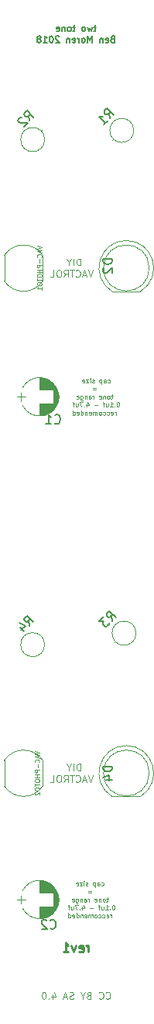
<source format=gbo>
G04 #@! TF.GenerationSoftware,KiCad,Pcbnew,(2018-02-10 revision a04965c)-master*
G04 #@! TF.CreationDate,2018-04-19T15:59:02-05:00*
G04 #@! TF.ProjectId,twotone,74776F746F6E652E6B696361645F7063,rev?*
G04 #@! TF.SameCoordinates,Original*
G04 #@! TF.FileFunction,Legend,Bot*
G04 #@! TF.FilePolarity,Positive*
%FSLAX46Y46*%
G04 Gerber Fmt 4.6, Leading zero omitted, Abs format (unit mm)*
G04 Created by KiCad (PCBNEW (2018-02-10 revision a04965c)-master) date Thursday, April 19, 2018 at 03:59:02 PM*
%MOMM*%
%LPD*%
G01*
G04 APERTURE LIST*
%ADD10C,0.250000*%
%ADD11C,0.125000*%
%ADD12C,0.175000*%
%ADD13C,0.120000*%
%ADD14C,0.150000*%
G04 APERTURE END LIST*
D10*
X8357142Y-101702380D02*
X8357142Y-101035714D01*
X8357142Y-101226190D02*
X8309523Y-101130952D01*
X8261904Y-101083333D01*
X8166666Y-101035714D01*
X8071428Y-101035714D01*
X7357142Y-101654761D02*
X7452380Y-101702380D01*
X7642857Y-101702380D01*
X7738095Y-101654761D01*
X7785714Y-101559523D01*
X7785714Y-101178571D01*
X7738095Y-101083333D01*
X7642857Y-101035714D01*
X7452380Y-101035714D01*
X7357142Y-101083333D01*
X7309523Y-101178571D01*
X7309523Y-101273809D01*
X7785714Y-101369047D01*
X6976190Y-101035714D02*
X6738095Y-101702380D01*
X6500000Y-101035714D01*
X5595238Y-101702380D02*
X6166666Y-101702380D01*
X5880952Y-101702380D02*
X5880952Y-100702380D01*
X5976190Y-100845238D01*
X6071428Y-100940476D01*
X6166666Y-100988095D01*
D11*
X10267857Y-106767857D02*
X10303571Y-106803571D01*
X10410714Y-106839285D01*
X10482142Y-106839285D01*
X10589285Y-106803571D01*
X10660714Y-106732142D01*
X10696428Y-106660714D01*
X10732142Y-106517857D01*
X10732142Y-106410714D01*
X10696428Y-106267857D01*
X10660714Y-106196428D01*
X10589285Y-106125000D01*
X10482142Y-106089285D01*
X10410714Y-106089285D01*
X10303571Y-106125000D01*
X10267857Y-106160714D01*
X9517857Y-106767857D02*
X9553571Y-106803571D01*
X9660714Y-106839285D01*
X9732142Y-106839285D01*
X9839285Y-106803571D01*
X9910714Y-106732142D01*
X9946428Y-106660714D01*
X9982142Y-106517857D01*
X9982142Y-106410714D01*
X9946428Y-106267857D01*
X9910714Y-106196428D01*
X9839285Y-106125000D01*
X9732142Y-106089285D01*
X9660714Y-106089285D01*
X9553571Y-106125000D01*
X9517857Y-106160714D01*
X8375000Y-106446428D02*
X8267857Y-106482142D01*
X8232142Y-106517857D01*
X8196428Y-106589285D01*
X8196428Y-106696428D01*
X8232142Y-106767857D01*
X8267857Y-106803571D01*
X8339285Y-106839285D01*
X8625000Y-106839285D01*
X8625000Y-106089285D01*
X8375000Y-106089285D01*
X8303571Y-106125000D01*
X8267857Y-106160714D01*
X8232142Y-106232142D01*
X8232142Y-106303571D01*
X8267857Y-106375000D01*
X8303571Y-106410714D01*
X8375000Y-106446428D01*
X8625000Y-106446428D01*
X7732142Y-106482142D02*
X7732142Y-106839285D01*
X7982142Y-106089285D02*
X7732142Y-106482142D01*
X7482142Y-106089285D01*
X6696428Y-106803571D02*
X6589285Y-106839285D01*
X6410714Y-106839285D01*
X6339285Y-106803571D01*
X6303571Y-106767857D01*
X6267857Y-106696428D01*
X6267857Y-106625000D01*
X6303571Y-106553571D01*
X6339285Y-106517857D01*
X6410714Y-106482142D01*
X6553571Y-106446428D01*
X6625000Y-106410714D01*
X6660714Y-106375000D01*
X6696428Y-106303571D01*
X6696428Y-106232142D01*
X6660714Y-106160714D01*
X6625000Y-106125000D01*
X6553571Y-106089285D01*
X6375000Y-106089285D01*
X6267857Y-106125000D01*
X5982142Y-106625000D02*
X5625000Y-106625000D01*
X6053571Y-106839285D02*
X5803571Y-106089285D01*
X5553571Y-106839285D01*
X4410714Y-106339285D02*
X4410714Y-106839285D01*
X4589285Y-106053571D02*
X4767857Y-106589285D01*
X4303571Y-106589285D01*
X4017857Y-106767857D02*
X3982142Y-106803571D01*
X4017857Y-106839285D01*
X4053571Y-106803571D01*
X4017857Y-106767857D01*
X4017857Y-106839285D01*
X3517857Y-106089285D02*
X3446428Y-106089285D01*
X3375000Y-106125000D01*
X3339285Y-106160714D01*
X3303571Y-106232142D01*
X3267857Y-106375000D01*
X3267857Y-106553571D01*
X3303571Y-106696428D01*
X3339285Y-106767857D01*
X3375000Y-106803571D01*
X3446428Y-106839285D01*
X3517857Y-106839285D01*
X3589285Y-106803571D01*
X3625000Y-106767857D01*
X3660714Y-106696428D01*
X3696428Y-106553571D01*
X3696428Y-106375000D01*
X3660714Y-106232142D01*
X3625000Y-106160714D01*
X3589285Y-106125000D01*
X3517857Y-106089285D01*
D12*
X9216666Y-987500D02*
X8950000Y-987500D01*
X9116666Y-754166D02*
X9116666Y-1354166D01*
X9083333Y-1420833D01*
X9016666Y-1454166D01*
X8950000Y-1454166D01*
X8783333Y-987500D02*
X8650000Y-1454166D01*
X8516666Y-1120833D01*
X8383333Y-1454166D01*
X8250000Y-987500D01*
X7883333Y-1454166D02*
X7950000Y-1420833D01*
X7983333Y-1387500D01*
X8016666Y-1320833D01*
X8016666Y-1120833D01*
X7983333Y-1054166D01*
X7950000Y-1020833D01*
X7883333Y-987500D01*
X7783333Y-987500D01*
X7716666Y-1020833D01*
X7683333Y-1054166D01*
X7650000Y-1120833D01*
X7650000Y-1320833D01*
X7683333Y-1387500D01*
X7716666Y-1420833D01*
X7783333Y-1454166D01*
X7883333Y-1454166D01*
X6916666Y-987500D02*
X6650000Y-987500D01*
X6816666Y-754166D02*
X6816666Y-1354166D01*
X6783333Y-1420833D01*
X6716666Y-1454166D01*
X6650000Y-1454166D01*
X6316666Y-1454166D02*
X6383333Y-1420833D01*
X6416666Y-1387500D01*
X6450000Y-1320833D01*
X6450000Y-1120833D01*
X6416666Y-1054166D01*
X6383333Y-1020833D01*
X6316666Y-987500D01*
X6216666Y-987500D01*
X6150000Y-1020833D01*
X6116666Y-1054166D01*
X6083333Y-1120833D01*
X6083333Y-1320833D01*
X6116666Y-1387500D01*
X6150000Y-1420833D01*
X6216666Y-1454166D01*
X6316666Y-1454166D01*
X5783333Y-987500D02*
X5783333Y-1454166D01*
X5783333Y-1054166D02*
X5750000Y-1020833D01*
X5683333Y-987500D01*
X5583333Y-987500D01*
X5516666Y-1020833D01*
X5483333Y-1087500D01*
X5483333Y-1454166D01*
X4883333Y-1420833D02*
X4950000Y-1454166D01*
X5083333Y-1454166D01*
X5150000Y-1420833D01*
X5183333Y-1354166D01*
X5183333Y-1087500D01*
X5150000Y-1020833D01*
X5083333Y-987500D01*
X4950000Y-987500D01*
X4883333Y-1020833D01*
X4850000Y-1087500D01*
X4850000Y-1154166D01*
X5183333Y-1220833D01*
X10983333Y-2312500D02*
X10883333Y-2345833D01*
X10850000Y-2379166D01*
X10816666Y-2445833D01*
X10816666Y-2545833D01*
X10850000Y-2612500D01*
X10883333Y-2645833D01*
X10950000Y-2679166D01*
X11216666Y-2679166D01*
X11216666Y-1979166D01*
X10983333Y-1979166D01*
X10916666Y-2012500D01*
X10883333Y-2045833D01*
X10850000Y-2112500D01*
X10850000Y-2179166D01*
X10883333Y-2245833D01*
X10916666Y-2279166D01*
X10983333Y-2312500D01*
X11216666Y-2312500D01*
X10250000Y-2645833D02*
X10316666Y-2679166D01*
X10450000Y-2679166D01*
X10516666Y-2645833D01*
X10550000Y-2579166D01*
X10550000Y-2312500D01*
X10516666Y-2245833D01*
X10450000Y-2212500D01*
X10316666Y-2212500D01*
X10250000Y-2245833D01*
X10216666Y-2312500D01*
X10216666Y-2379166D01*
X10550000Y-2445833D01*
X9916666Y-2212500D02*
X9916666Y-2679166D01*
X9916666Y-2279166D02*
X9883333Y-2245833D01*
X9816666Y-2212500D01*
X9716666Y-2212500D01*
X9650000Y-2245833D01*
X9616666Y-2312500D01*
X9616666Y-2679166D01*
X8750000Y-2679166D02*
X8750000Y-1979166D01*
X8516666Y-2479166D01*
X8283333Y-1979166D01*
X8283333Y-2679166D01*
X7850000Y-2679166D02*
X7916666Y-2645833D01*
X7950000Y-2612500D01*
X7983333Y-2545833D01*
X7983333Y-2345833D01*
X7950000Y-2279166D01*
X7916666Y-2245833D01*
X7850000Y-2212500D01*
X7750000Y-2212500D01*
X7683333Y-2245833D01*
X7650000Y-2279166D01*
X7616666Y-2345833D01*
X7616666Y-2545833D01*
X7650000Y-2612500D01*
X7683333Y-2645833D01*
X7750000Y-2679166D01*
X7850000Y-2679166D01*
X7316666Y-2679166D02*
X7316666Y-2212500D01*
X7316666Y-2345833D02*
X7283333Y-2279166D01*
X7250000Y-2245833D01*
X7183333Y-2212500D01*
X7116666Y-2212500D01*
X6616666Y-2645833D02*
X6683333Y-2679166D01*
X6816666Y-2679166D01*
X6883333Y-2645833D01*
X6916666Y-2579166D01*
X6916666Y-2312500D01*
X6883333Y-2245833D01*
X6816666Y-2212500D01*
X6683333Y-2212500D01*
X6616666Y-2245833D01*
X6583333Y-2312500D01*
X6583333Y-2379166D01*
X6916666Y-2445833D01*
X6283333Y-2212500D02*
X6283333Y-2679166D01*
X6283333Y-2279166D02*
X6250000Y-2245833D01*
X6183333Y-2212500D01*
X6083333Y-2212500D01*
X6016666Y-2245833D01*
X5983333Y-2312500D01*
X5983333Y-2679166D01*
X5150000Y-2045833D02*
X5116666Y-2012500D01*
X5050000Y-1979166D01*
X4883333Y-1979166D01*
X4816666Y-2012500D01*
X4783333Y-2045833D01*
X4750000Y-2112500D01*
X4750000Y-2179166D01*
X4783333Y-2279166D01*
X5183333Y-2679166D01*
X4750000Y-2679166D01*
X4316666Y-1979166D02*
X4250000Y-1979166D01*
X4183333Y-2012500D01*
X4150000Y-2045833D01*
X4116666Y-2112500D01*
X4083333Y-2245833D01*
X4083333Y-2412500D01*
X4116666Y-2545833D01*
X4150000Y-2612500D01*
X4183333Y-2645833D01*
X4250000Y-2679166D01*
X4316666Y-2679166D01*
X4383333Y-2645833D01*
X4416666Y-2612500D01*
X4450000Y-2545833D01*
X4483333Y-2412500D01*
X4483333Y-2245833D01*
X4450000Y-2112500D01*
X4416666Y-2045833D01*
X4383333Y-2012500D01*
X4316666Y-1979166D01*
X3416666Y-2679166D02*
X3816666Y-2679166D01*
X3616666Y-2679166D02*
X3616666Y-1979166D01*
X3683333Y-2079166D01*
X3750000Y-2145833D01*
X3816666Y-2179166D01*
X3016666Y-2279166D02*
X3083333Y-2245833D01*
X3116666Y-2212500D01*
X3150000Y-2145833D01*
X3150000Y-2112500D01*
X3116666Y-2045833D01*
X3083333Y-2012500D01*
X3016666Y-1979166D01*
X2883333Y-1979166D01*
X2816666Y-2012500D01*
X2783333Y-2045833D01*
X2750000Y-2112500D01*
X2750000Y-2145833D01*
X2783333Y-2212500D01*
X2816666Y-2245833D01*
X2883333Y-2279166D01*
X3016666Y-2279166D01*
X3083333Y-2312500D01*
X3116666Y-2345833D01*
X3150000Y-2412500D01*
X3150000Y-2545833D01*
X3116666Y-2612500D01*
X3083333Y-2645833D01*
X3016666Y-2679166D01*
X2883333Y-2679166D01*
X2816666Y-2645833D01*
X2783333Y-2612500D01*
X2750000Y-2545833D01*
X2750000Y-2412500D01*
X2783333Y-2345833D01*
X2816666Y-2312500D01*
X2883333Y-2279166D01*
D11*
X10452380Y-39702380D02*
X10500000Y-39726190D01*
X10595238Y-39726190D01*
X10642857Y-39702380D01*
X10666666Y-39678571D01*
X10690476Y-39630952D01*
X10690476Y-39488095D01*
X10666666Y-39440476D01*
X10642857Y-39416666D01*
X10595238Y-39392857D01*
X10500000Y-39392857D01*
X10452380Y-39416666D01*
X10023809Y-39726190D02*
X10023809Y-39464285D01*
X10047619Y-39416666D01*
X10095238Y-39392857D01*
X10190476Y-39392857D01*
X10238095Y-39416666D01*
X10023809Y-39702380D02*
X10071428Y-39726190D01*
X10190476Y-39726190D01*
X10238095Y-39702380D01*
X10261904Y-39654761D01*
X10261904Y-39607142D01*
X10238095Y-39559523D01*
X10190476Y-39535714D01*
X10071428Y-39535714D01*
X10023809Y-39511904D01*
X9785714Y-39392857D02*
X9785714Y-39892857D01*
X9785714Y-39416666D02*
X9738095Y-39392857D01*
X9642857Y-39392857D01*
X9595238Y-39416666D01*
X9571428Y-39440476D01*
X9547619Y-39488095D01*
X9547619Y-39630952D01*
X9571428Y-39678571D01*
X9595238Y-39702380D01*
X9642857Y-39726190D01*
X9738095Y-39726190D01*
X9785714Y-39702380D01*
X8976190Y-39702380D02*
X8928571Y-39726190D01*
X8833333Y-39726190D01*
X8785714Y-39702380D01*
X8761904Y-39654761D01*
X8761904Y-39630952D01*
X8785714Y-39583333D01*
X8833333Y-39559523D01*
X8904761Y-39559523D01*
X8952380Y-39535714D01*
X8976190Y-39488095D01*
X8976190Y-39464285D01*
X8952380Y-39416666D01*
X8904761Y-39392857D01*
X8833333Y-39392857D01*
X8785714Y-39416666D01*
X8547619Y-39726190D02*
X8547619Y-39392857D01*
X8547619Y-39226190D02*
X8571428Y-39250000D01*
X8547619Y-39273809D01*
X8523809Y-39250000D01*
X8547619Y-39226190D01*
X8547619Y-39273809D01*
X8357142Y-39392857D02*
X8095238Y-39392857D01*
X8357142Y-39726190D01*
X8095238Y-39726190D01*
X7714285Y-39702380D02*
X7761904Y-39726190D01*
X7857142Y-39726190D01*
X7904761Y-39702380D01*
X7928571Y-39654761D01*
X7928571Y-39464285D01*
X7904761Y-39416666D01*
X7857142Y-39392857D01*
X7761904Y-39392857D01*
X7714285Y-39416666D01*
X7690476Y-39464285D01*
X7690476Y-39511904D01*
X7928571Y-39559523D01*
X9190476Y-40339285D02*
X8809523Y-40339285D01*
X8809523Y-40482142D02*
X9190476Y-40482142D01*
X11000000Y-41142857D02*
X10809523Y-41142857D01*
X10928571Y-40976190D02*
X10928571Y-41404761D01*
X10904761Y-41452380D01*
X10857142Y-41476190D01*
X10809523Y-41476190D01*
X10571428Y-41476190D02*
X10619047Y-41452380D01*
X10642857Y-41428571D01*
X10666666Y-41380952D01*
X10666666Y-41238095D01*
X10642857Y-41190476D01*
X10619047Y-41166666D01*
X10571428Y-41142857D01*
X10500000Y-41142857D01*
X10452380Y-41166666D01*
X10428571Y-41190476D01*
X10404761Y-41238095D01*
X10404761Y-41380952D01*
X10428571Y-41428571D01*
X10452380Y-41452380D01*
X10500000Y-41476190D01*
X10571428Y-41476190D01*
X10190476Y-41142857D02*
X10190476Y-41476190D01*
X10190476Y-41190476D02*
X10166666Y-41166666D01*
X10119047Y-41142857D01*
X10047619Y-41142857D01*
X10000000Y-41166666D01*
X9976190Y-41214285D01*
X9976190Y-41476190D01*
X9547619Y-41452380D02*
X9595238Y-41476190D01*
X9690476Y-41476190D01*
X9738095Y-41452380D01*
X9761904Y-41404761D01*
X9761904Y-41214285D01*
X9738095Y-41166666D01*
X9690476Y-41142857D01*
X9595238Y-41142857D01*
X9547619Y-41166666D01*
X9523809Y-41214285D01*
X9523809Y-41261904D01*
X9761904Y-41309523D01*
X8928571Y-41476190D02*
X8928571Y-41142857D01*
X8928571Y-41238095D02*
X8904761Y-41190476D01*
X8880952Y-41166666D01*
X8833333Y-41142857D01*
X8785714Y-41142857D01*
X8404761Y-41476190D02*
X8404761Y-41214285D01*
X8428571Y-41166666D01*
X8476190Y-41142857D01*
X8571428Y-41142857D01*
X8619047Y-41166666D01*
X8404761Y-41452380D02*
X8452380Y-41476190D01*
X8571428Y-41476190D01*
X8619047Y-41452380D01*
X8642857Y-41404761D01*
X8642857Y-41357142D01*
X8619047Y-41309523D01*
X8571428Y-41285714D01*
X8452380Y-41285714D01*
X8404761Y-41261904D01*
X8166666Y-41142857D02*
X8166666Y-41476190D01*
X8166666Y-41190476D02*
X8142857Y-41166666D01*
X8095238Y-41142857D01*
X8023809Y-41142857D01*
X7976190Y-41166666D01*
X7952380Y-41214285D01*
X7952380Y-41476190D01*
X7500000Y-41142857D02*
X7500000Y-41547619D01*
X7523809Y-41595238D01*
X7547619Y-41619047D01*
X7595238Y-41642857D01*
X7666666Y-41642857D01*
X7714285Y-41619047D01*
X7500000Y-41452380D02*
X7547619Y-41476190D01*
X7642857Y-41476190D01*
X7690476Y-41452380D01*
X7714285Y-41428571D01*
X7738095Y-41380952D01*
X7738095Y-41238095D01*
X7714285Y-41190476D01*
X7690476Y-41166666D01*
X7642857Y-41142857D01*
X7547619Y-41142857D01*
X7500000Y-41166666D01*
X7071428Y-41452380D02*
X7119047Y-41476190D01*
X7214285Y-41476190D01*
X7261904Y-41452380D01*
X7285714Y-41404761D01*
X7285714Y-41214285D01*
X7261904Y-41166666D01*
X7214285Y-41142857D01*
X7119047Y-41142857D01*
X7071428Y-41166666D01*
X7047619Y-41214285D01*
X7047619Y-41261904D01*
X7285714Y-41309523D01*
X11595238Y-41851190D02*
X11547619Y-41851190D01*
X11500000Y-41875000D01*
X11476190Y-41898809D01*
X11452380Y-41946428D01*
X11428571Y-42041666D01*
X11428571Y-42160714D01*
X11452380Y-42255952D01*
X11476190Y-42303571D01*
X11500000Y-42327380D01*
X11547619Y-42351190D01*
X11595238Y-42351190D01*
X11642857Y-42327380D01*
X11666666Y-42303571D01*
X11690476Y-42255952D01*
X11714285Y-42160714D01*
X11714285Y-42041666D01*
X11690476Y-41946428D01*
X11666666Y-41898809D01*
X11642857Y-41875000D01*
X11595238Y-41851190D01*
X11214285Y-42303571D02*
X11190476Y-42327380D01*
X11214285Y-42351190D01*
X11238095Y-42327380D01*
X11214285Y-42303571D01*
X11214285Y-42351190D01*
X10714285Y-42351190D02*
X11000000Y-42351190D01*
X10857142Y-42351190D02*
X10857142Y-41851190D01*
X10904761Y-41922619D01*
X10952380Y-41970238D01*
X11000000Y-41994047D01*
X10285714Y-42017857D02*
X10285714Y-42351190D01*
X10500000Y-42017857D02*
X10500000Y-42279761D01*
X10476190Y-42327380D01*
X10428571Y-42351190D01*
X10357142Y-42351190D01*
X10309523Y-42327380D01*
X10285714Y-42303571D01*
X10119047Y-42017857D02*
X9928571Y-42017857D01*
X10047619Y-42351190D02*
X10047619Y-41922619D01*
X10023809Y-41875000D01*
X9976190Y-41851190D01*
X9928571Y-41851190D01*
X9380952Y-42160714D02*
X9000000Y-42160714D01*
X8166666Y-42017857D02*
X8166666Y-42351190D01*
X8285714Y-41827380D02*
X8404761Y-42184523D01*
X8095238Y-42184523D01*
X7904761Y-42303571D02*
X7880952Y-42327380D01*
X7904761Y-42351190D01*
X7928571Y-42327380D01*
X7904761Y-42303571D01*
X7904761Y-42351190D01*
X7714285Y-41851190D02*
X7380952Y-41851190D01*
X7595238Y-42351190D01*
X6976190Y-42017857D02*
X6976190Y-42351190D01*
X7190476Y-42017857D02*
X7190476Y-42279761D01*
X7166666Y-42327380D01*
X7119047Y-42351190D01*
X7047619Y-42351190D01*
X7000000Y-42327380D01*
X6976190Y-42303571D01*
X6809523Y-42017857D02*
X6619047Y-42017857D01*
X6738095Y-42351190D02*
X6738095Y-41922619D01*
X6714285Y-41875000D01*
X6666666Y-41851190D01*
X6619047Y-41851190D01*
X11345238Y-43226190D02*
X11345238Y-42892857D01*
X11345238Y-42988095D02*
X11321428Y-42940476D01*
X11297619Y-42916666D01*
X11250000Y-42892857D01*
X11202380Y-42892857D01*
X10845238Y-43202380D02*
X10892857Y-43226190D01*
X10988095Y-43226190D01*
X11035714Y-43202380D01*
X11059523Y-43154761D01*
X11059523Y-42964285D01*
X11035714Y-42916666D01*
X10988095Y-42892857D01*
X10892857Y-42892857D01*
X10845238Y-42916666D01*
X10821428Y-42964285D01*
X10821428Y-43011904D01*
X11059523Y-43059523D01*
X10392857Y-43202380D02*
X10440476Y-43226190D01*
X10535714Y-43226190D01*
X10583333Y-43202380D01*
X10607142Y-43178571D01*
X10630952Y-43130952D01*
X10630952Y-42988095D01*
X10607142Y-42940476D01*
X10583333Y-42916666D01*
X10535714Y-42892857D01*
X10440476Y-42892857D01*
X10392857Y-42916666D01*
X9964285Y-43202380D02*
X10011904Y-43226190D01*
X10107142Y-43226190D01*
X10154761Y-43202380D01*
X10178571Y-43178571D01*
X10202380Y-43130952D01*
X10202380Y-42988095D01*
X10178571Y-42940476D01*
X10154761Y-42916666D01*
X10107142Y-42892857D01*
X10011904Y-42892857D01*
X9964285Y-42916666D01*
X9678571Y-43226190D02*
X9726190Y-43202380D01*
X9750000Y-43178571D01*
X9773809Y-43130952D01*
X9773809Y-42988095D01*
X9750000Y-42940476D01*
X9726190Y-42916666D01*
X9678571Y-42892857D01*
X9607142Y-42892857D01*
X9559523Y-42916666D01*
X9535714Y-42940476D01*
X9511904Y-42988095D01*
X9511904Y-43130952D01*
X9535714Y-43178571D01*
X9559523Y-43202380D01*
X9607142Y-43226190D01*
X9678571Y-43226190D01*
X9297619Y-43226190D02*
X9297619Y-42892857D01*
X9297619Y-42940476D02*
X9273809Y-42916666D01*
X9226190Y-42892857D01*
X9154761Y-42892857D01*
X9107142Y-42916666D01*
X9083333Y-42964285D01*
X9083333Y-43226190D01*
X9083333Y-42964285D02*
X9059523Y-42916666D01*
X9011904Y-42892857D01*
X8940476Y-42892857D01*
X8892857Y-42916666D01*
X8869047Y-42964285D01*
X8869047Y-43226190D01*
X8440476Y-43202380D02*
X8488095Y-43226190D01*
X8583333Y-43226190D01*
X8630952Y-43202380D01*
X8654761Y-43154761D01*
X8654761Y-42964285D01*
X8630952Y-42916666D01*
X8583333Y-42892857D01*
X8488095Y-42892857D01*
X8440476Y-42916666D01*
X8416666Y-42964285D01*
X8416666Y-43011904D01*
X8654761Y-43059523D01*
X8202380Y-42892857D02*
X8202380Y-43226190D01*
X8202380Y-42940476D02*
X8178571Y-42916666D01*
X8130952Y-42892857D01*
X8059523Y-42892857D01*
X8011904Y-42916666D01*
X7988095Y-42964285D01*
X7988095Y-43226190D01*
X7535714Y-43226190D02*
X7535714Y-42726190D01*
X7535714Y-43202380D02*
X7583333Y-43226190D01*
X7678571Y-43226190D01*
X7726190Y-43202380D01*
X7750000Y-43178571D01*
X7773809Y-43130952D01*
X7773809Y-42988095D01*
X7750000Y-42940476D01*
X7726190Y-42916666D01*
X7678571Y-42892857D01*
X7583333Y-42892857D01*
X7535714Y-42916666D01*
X7107142Y-43202380D02*
X7154761Y-43226190D01*
X7250000Y-43226190D01*
X7297619Y-43202380D01*
X7321428Y-43154761D01*
X7321428Y-42964285D01*
X7297619Y-42916666D01*
X7250000Y-42892857D01*
X7154761Y-42892857D01*
X7107142Y-42916666D01*
X7083333Y-42964285D01*
X7083333Y-43011904D01*
X7321428Y-43059523D01*
X6654761Y-43226190D02*
X6654761Y-42726190D01*
X6654761Y-43202380D02*
X6702380Y-43226190D01*
X6797619Y-43226190D01*
X6845238Y-43202380D01*
X6869047Y-43178571D01*
X6892857Y-43130952D01*
X6892857Y-42988095D01*
X6869047Y-42940476D01*
X6845238Y-42916666D01*
X6797619Y-42892857D01*
X6702380Y-42892857D01*
X6654761Y-42916666D01*
X7482142Y-26964285D02*
X7482142Y-26214285D01*
X7303571Y-26214285D01*
X7196428Y-26250000D01*
X7125000Y-26321428D01*
X7089285Y-26392857D01*
X7053571Y-26535714D01*
X7053571Y-26642857D01*
X7089285Y-26785714D01*
X7125000Y-26857142D01*
X7196428Y-26928571D01*
X7303571Y-26964285D01*
X7482142Y-26964285D01*
X6732142Y-26964285D02*
X6732142Y-26214285D01*
X6232142Y-26607142D02*
X6232142Y-26964285D01*
X6482142Y-26214285D02*
X6232142Y-26607142D01*
X5982142Y-26214285D01*
X8803571Y-27464285D02*
X8553571Y-28214285D01*
X8303571Y-27464285D01*
X8089285Y-28000000D02*
X7732142Y-28000000D01*
X8160714Y-28214285D02*
X7910714Y-27464285D01*
X7660714Y-28214285D01*
X6982142Y-28142857D02*
X7017857Y-28178571D01*
X7125000Y-28214285D01*
X7196428Y-28214285D01*
X7303571Y-28178571D01*
X7375000Y-28107142D01*
X7410714Y-28035714D01*
X7446428Y-27892857D01*
X7446428Y-27785714D01*
X7410714Y-27642857D01*
X7375000Y-27571428D01*
X7303571Y-27500000D01*
X7196428Y-27464285D01*
X7125000Y-27464285D01*
X7017857Y-27500000D01*
X6982142Y-27535714D01*
X6767857Y-27464285D02*
X6339285Y-27464285D01*
X6553571Y-28214285D02*
X6553571Y-27464285D01*
X5660714Y-28214285D02*
X5910714Y-27857142D01*
X6089285Y-28214285D02*
X6089285Y-27464285D01*
X5803571Y-27464285D01*
X5732142Y-27500000D01*
X5696428Y-27535714D01*
X5660714Y-27607142D01*
X5660714Y-27714285D01*
X5696428Y-27785714D01*
X5732142Y-27821428D01*
X5803571Y-27857142D01*
X6089285Y-27857142D01*
X5196428Y-27464285D02*
X5053571Y-27464285D01*
X4982142Y-27500000D01*
X4910714Y-27571428D01*
X4875000Y-27714285D01*
X4875000Y-27964285D01*
X4910714Y-28107142D01*
X4982142Y-28178571D01*
X5053571Y-28214285D01*
X5196428Y-28214285D01*
X5267857Y-28178571D01*
X5339285Y-28107142D01*
X5375000Y-27964285D01*
X5375000Y-27714285D01*
X5339285Y-27571428D01*
X5267857Y-27500000D01*
X5196428Y-27464285D01*
X4196428Y-28214285D02*
X4553571Y-28214285D01*
X4553571Y-27464285D01*
X9761904Y-94452380D02*
X9809523Y-94476190D01*
X9904761Y-94476190D01*
X9952380Y-94452380D01*
X9976190Y-94428571D01*
X10000000Y-94380952D01*
X10000000Y-94238095D01*
X9976190Y-94190476D01*
X9952380Y-94166666D01*
X9904761Y-94142857D01*
X9809523Y-94142857D01*
X9761904Y-94166666D01*
X9333333Y-94476190D02*
X9333333Y-94214285D01*
X9357142Y-94166666D01*
X9404761Y-94142857D01*
X9500000Y-94142857D01*
X9547619Y-94166666D01*
X9333333Y-94452380D02*
X9380952Y-94476190D01*
X9500000Y-94476190D01*
X9547619Y-94452380D01*
X9571428Y-94404761D01*
X9571428Y-94357142D01*
X9547619Y-94309523D01*
X9500000Y-94285714D01*
X9380952Y-94285714D01*
X9333333Y-94261904D01*
X9095238Y-94142857D02*
X9095238Y-94642857D01*
X9095238Y-94166666D02*
X9047619Y-94142857D01*
X8952380Y-94142857D01*
X8904761Y-94166666D01*
X8880952Y-94190476D01*
X8857142Y-94238095D01*
X8857142Y-94380952D01*
X8880952Y-94428571D01*
X8904761Y-94452380D01*
X8952380Y-94476190D01*
X9047619Y-94476190D01*
X9095238Y-94452380D01*
X8285714Y-94452380D02*
X8238095Y-94476190D01*
X8142857Y-94476190D01*
X8095238Y-94452380D01*
X8071428Y-94404761D01*
X8071428Y-94380952D01*
X8095238Y-94333333D01*
X8142857Y-94309523D01*
X8214285Y-94309523D01*
X8261904Y-94285714D01*
X8285714Y-94238095D01*
X8285714Y-94214285D01*
X8261904Y-94166666D01*
X8214285Y-94142857D01*
X8142857Y-94142857D01*
X8095238Y-94166666D01*
X7857142Y-94476190D02*
X7857142Y-94142857D01*
X7857142Y-93976190D02*
X7880952Y-94000000D01*
X7857142Y-94023809D01*
X7833333Y-94000000D01*
X7857142Y-93976190D01*
X7857142Y-94023809D01*
X7666666Y-94142857D02*
X7404761Y-94142857D01*
X7666666Y-94476190D01*
X7404761Y-94476190D01*
X7023809Y-94452380D02*
X7071428Y-94476190D01*
X7166666Y-94476190D01*
X7214285Y-94452380D01*
X7238095Y-94404761D01*
X7238095Y-94214285D01*
X7214285Y-94166666D01*
X7166666Y-94142857D01*
X7071428Y-94142857D01*
X7023809Y-94166666D01*
X7000000Y-94214285D01*
X7000000Y-94261904D01*
X7238095Y-94309523D01*
X8690476Y-95089285D02*
X8309523Y-95089285D01*
X8309523Y-95232142D02*
X8690476Y-95232142D01*
X10500000Y-95892857D02*
X10309523Y-95892857D01*
X10428571Y-95726190D02*
X10428571Y-96154761D01*
X10404761Y-96202380D01*
X10357142Y-96226190D01*
X10309523Y-96226190D01*
X10071428Y-96226190D02*
X10119047Y-96202380D01*
X10142857Y-96178571D01*
X10166666Y-96130952D01*
X10166666Y-95988095D01*
X10142857Y-95940476D01*
X10119047Y-95916666D01*
X10071428Y-95892857D01*
X10000000Y-95892857D01*
X9952380Y-95916666D01*
X9928571Y-95940476D01*
X9904761Y-95988095D01*
X9904761Y-96130952D01*
X9928571Y-96178571D01*
X9952380Y-96202380D01*
X10000000Y-96226190D01*
X10071428Y-96226190D01*
X9690476Y-95892857D02*
X9690476Y-96226190D01*
X9690476Y-95940476D02*
X9666666Y-95916666D01*
X9619047Y-95892857D01*
X9547619Y-95892857D01*
X9500000Y-95916666D01*
X9476190Y-95964285D01*
X9476190Y-96226190D01*
X9047619Y-96202380D02*
X9095238Y-96226190D01*
X9190476Y-96226190D01*
X9238095Y-96202380D01*
X9261904Y-96154761D01*
X9261904Y-95964285D01*
X9238095Y-95916666D01*
X9190476Y-95892857D01*
X9095238Y-95892857D01*
X9047619Y-95916666D01*
X9023809Y-95964285D01*
X9023809Y-96011904D01*
X9261904Y-96059523D01*
X8428571Y-96226190D02*
X8428571Y-95892857D01*
X8428571Y-95988095D02*
X8404761Y-95940476D01*
X8380952Y-95916666D01*
X8333333Y-95892857D01*
X8285714Y-95892857D01*
X7904761Y-96226190D02*
X7904761Y-95964285D01*
X7928571Y-95916666D01*
X7976190Y-95892857D01*
X8071428Y-95892857D01*
X8119047Y-95916666D01*
X7904761Y-96202380D02*
X7952380Y-96226190D01*
X8071428Y-96226190D01*
X8119047Y-96202380D01*
X8142857Y-96154761D01*
X8142857Y-96107142D01*
X8119047Y-96059523D01*
X8071428Y-96035714D01*
X7952380Y-96035714D01*
X7904761Y-96011904D01*
X7666666Y-95892857D02*
X7666666Y-96226190D01*
X7666666Y-95940476D02*
X7642857Y-95916666D01*
X7595238Y-95892857D01*
X7523809Y-95892857D01*
X7476190Y-95916666D01*
X7452380Y-95964285D01*
X7452380Y-96226190D01*
X7000000Y-95892857D02*
X7000000Y-96297619D01*
X7023809Y-96345238D01*
X7047619Y-96369047D01*
X7095238Y-96392857D01*
X7166666Y-96392857D01*
X7214285Y-96369047D01*
X7000000Y-96202380D02*
X7047619Y-96226190D01*
X7142857Y-96226190D01*
X7190476Y-96202380D01*
X7214285Y-96178571D01*
X7238095Y-96130952D01*
X7238095Y-95988095D01*
X7214285Y-95940476D01*
X7190476Y-95916666D01*
X7142857Y-95892857D01*
X7047619Y-95892857D01*
X7000000Y-95916666D01*
X6571428Y-96202380D02*
X6619047Y-96226190D01*
X6714285Y-96226190D01*
X6761904Y-96202380D01*
X6785714Y-96154761D01*
X6785714Y-95964285D01*
X6761904Y-95916666D01*
X6714285Y-95892857D01*
X6619047Y-95892857D01*
X6571428Y-95916666D01*
X6547619Y-95964285D01*
X6547619Y-96011904D01*
X6785714Y-96059523D01*
X11095238Y-96601190D02*
X11047619Y-96601190D01*
X11000000Y-96625000D01*
X10976190Y-96648809D01*
X10952380Y-96696428D01*
X10928571Y-96791666D01*
X10928571Y-96910714D01*
X10952380Y-97005952D01*
X10976190Y-97053571D01*
X11000000Y-97077380D01*
X11047619Y-97101190D01*
X11095238Y-97101190D01*
X11142857Y-97077380D01*
X11166666Y-97053571D01*
X11190476Y-97005952D01*
X11214285Y-96910714D01*
X11214285Y-96791666D01*
X11190476Y-96696428D01*
X11166666Y-96648809D01*
X11142857Y-96625000D01*
X11095238Y-96601190D01*
X10714285Y-97053571D02*
X10690476Y-97077380D01*
X10714285Y-97101190D01*
X10738095Y-97077380D01*
X10714285Y-97053571D01*
X10714285Y-97101190D01*
X10214285Y-97101190D02*
X10500000Y-97101190D01*
X10357142Y-97101190D02*
X10357142Y-96601190D01*
X10404761Y-96672619D01*
X10452380Y-96720238D01*
X10500000Y-96744047D01*
X9785714Y-96767857D02*
X9785714Y-97101190D01*
X10000000Y-96767857D02*
X10000000Y-97029761D01*
X9976190Y-97077380D01*
X9928571Y-97101190D01*
X9857142Y-97101190D01*
X9809523Y-97077380D01*
X9785714Y-97053571D01*
X9619047Y-96767857D02*
X9428571Y-96767857D01*
X9547619Y-97101190D02*
X9547619Y-96672619D01*
X9523809Y-96625000D01*
X9476190Y-96601190D01*
X9428571Y-96601190D01*
X8880952Y-96910714D02*
X8500000Y-96910714D01*
X7666666Y-96767857D02*
X7666666Y-97101190D01*
X7785714Y-96577380D02*
X7904761Y-96934523D01*
X7595238Y-96934523D01*
X7404761Y-97053571D02*
X7380952Y-97077380D01*
X7404761Y-97101190D01*
X7428571Y-97077380D01*
X7404761Y-97053571D01*
X7404761Y-97101190D01*
X7214285Y-96601190D02*
X6880952Y-96601190D01*
X7095238Y-97101190D01*
X6476190Y-96767857D02*
X6476190Y-97101190D01*
X6690476Y-96767857D02*
X6690476Y-97029761D01*
X6666666Y-97077380D01*
X6619047Y-97101190D01*
X6547619Y-97101190D01*
X6500000Y-97077380D01*
X6476190Y-97053571D01*
X6309523Y-96767857D02*
X6119047Y-96767857D01*
X6238095Y-97101190D02*
X6238095Y-96672619D01*
X6214285Y-96625000D01*
X6166666Y-96601190D01*
X6119047Y-96601190D01*
X10845238Y-97976190D02*
X10845238Y-97642857D01*
X10845238Y-97738095D02*
X10821428Y-97690476D01*
X10797619Y-97666666D01*
X10750000Y-97642857D01*
X10702380Y-97642857D01*
X10345238Y-97952380D02*
X10392857Y-97976190D01*
X10488095Y-97976190D01*
X10535714Y-97952380D01*
X10559523Y-97904761D01*
X10559523Y-97714285D01*
X10535714Y-97666666D01*
X10488095Y-97642857D01*
X10392857Y-97642857D01*
X10345238Y-97666666D01*
X10321428Y-97714285D01*
X10321428Y-97761904D01*
X10559523Y-97809523D01*
X9892857Y-97952380D02*
X9940476Y-97976190D01*
X10035714Y-97976190D01*
X10083333Y-97952380D01*
X10107142Y-97928571D01*
X10130952Y-97880952D01*
X10130952Y-97738095D01*
X10107142Y-97690476D01*
X10083333Y-97666666D01*
X10035714Y-97642857D01*
X9940476Y-97642857D01*
X9892857Y-97666666D01*
X9464285Y-97952380D02*
X9511904Y-97976190D01*
X9607142Y-97976190D01*
X9654761Y-97952380D01*
X9678571Y-97928571D01*
X9702380Y-97880952D01*
X9702380Y-97738095D01*
X9678571Y-97690476D01*
X9654761Y-97666666D01*
X9607142Y-97642857D01*
X9511904Y-97642857D01*
X9464285Y-97666666D01*
X9178571Y-97976190D02*
X9226190Y-97952380D01*
X9250000Y-97928571D01*
X9273809Y-97880952D01*
X9273809Y-97738095D01*
X9250000Y-97690476D01*
X9226190Y-97666666D01*
X9178571Y-97642857D01*
X9107142Y-97642857D01*
X9059523Y-97666666D01*
X9035714Y-97690476D01*
X9011904Y-97738095D01*
X9011904Y-97880952D01*
X9035714Y-97928571D01*
X9059523Y-97952380D01*
X9107142Y-97976190D01*
X9178571Y-97976190D01*
X8797619Y-97976190D02*
X8797619Y-97642857D01*
X8797619Y-97690476D02*
X8773809Y-97666666D01*
X8726190Y-97642857D01*
X8654761Y-97642857D01*
X8607142Y-97666666D01*
X8583333Y-97714285D01*
X8583333Y-97976190D01*
X8583333Y-97714285D02*
X8559523Y-97666666D01*
X8511904Y-97642857D01*
X8440476Y-97642857D01*
X8392857Y-97666666D01*
X8369047Y-97714285D01*
X8369047Y-97976190D01*
X7940476Y-97952380D02*
X7988095Y-97976190D01*
X8083333Y-97976190D01*
X8130952Y-97952380D01*
X8154761Y-97904761D01*
X8154761Y-97714285D01*
X8130952Y-97666666D01*
X8083333Y-97642857D01*
X7988095Y-97642857D01*
X7940476Y-97666666D01*
X7916666Y-97714285D01*
X7916666Y-97761904D01*
X8154761Y-97809523D01*
X7702380Y-97642857D02*
X7702380Y-97976190D01*
X7702380Y-97690476D02*
X7678571Y-97666666D01*
X7630952Y-97642857D01*
X7559523Y-97642857D01*
X7511904Y-97666666D01*
X7488095Y-97714285D01*
X7488095Y-97976190D01*
X7035714Y-97976190D02*
X7035714Y-97476190D01*
X7035714Y-97952380D02*
X7083333Y-97976190D01*
X7178571Y-97976190D01*
X7226190Y-97952380D01*
X7250000Y-97928571D01*
X7273809Y-97880952D01*
X7273809Y-97738095D01*
X7250000Y-97690476D01*
X7226190Y-97666666D01*
X7178571Y-97642857D01*
X7083333Y-97642857D01*
X7035714Y-97666666D01*
X6607142Y-97952380D02*
X6654761Y-97976190D01*
X6750000Y-97976190D01*
X6797619Y-97952380D01*
X6821428Y-97904761D01*
X6821428Y-97714285D01*
X6797619Y-97666666D01*
X6750000Y-97642857D01*
X6654761Y-97642857D01*
X6607142Y-97666666D01*
X6583333Y-97714285D01*
X6583333Y-97761904D01*
X6821428Y-97809523D01*
X6154761Y-97976190D02*
X6154761Y-97476190D01*
X6154761Y-97952380D02*
X6202380Y-97976190D01*
X6297619Y-97976190D01*
X6345238Y-97952380D01*
X6369047Y-97928571D01*
X6392857Y-97880952D01*
X6392857Y-97738095D01*
X6369047Y-97690476D01*
X6345238Y-97666666D01*
X6297619Y-97642857D01*
X6202380Y-97642857D01*
X6154761Y-97666666D01*
X7482142Y-81964285D02*
X7482142Y-81214285D01*
X7303571Y-81214285D01*
X7196428Y-81250000D01*
X7125000Y-81321428D01*
X7089285Y-81392857D01*
X7053571Y-81535714D01*
X7053571Y-81642857D01*
X7089285Y-81785714D01*
X7125000Y-81857142D01*
X7196428Y-81928571D01*
X7303571Y-81964285D01*
X7482142Y-81964285D01*
X6732142Y-81964285D02*
X6732142Y-81214285D01*
X6232142Y-81607142D02*
X6232142Y-81964285D01*
X6482142Y-81214285D02*
X6232142Y-81607142D01*
X5982142Y-81214285D01*
X8803571Y-82464285D02*
X8553571Y-83214285D01*
X8303571Y-82464285D01*
X8089285Y-83000000D02*
X7732142Y-83000000D01*
X8160714Y-83214285D02*
X7910714Y-82464285D01*
X7660714Y-83214285D01*
X6982142Y-83142857D02*
X7017857Y-83178571D01*
X7125000Y-83214285D01*
X7196428Y-83214285D01*
X7303571Y-83178571D01*
X7375000Y-83107142D01*
X7410714Y-83035714D01*
X7446428Y-82892857D01*
X7446428Y-82785714D01*
X7410714Y-82642857D01*
X7375000Y-82571428D01*
X7303571Y-82500000D01*
X7196428Y-82464285D01*
X7125000Y-82464285D01*
X7017857Y-82500000D01*
X6982142Y-82535714D01*
X6767857Y-82464285D02*
X6339285Y-82464285D01*
X6553571Y-83214285D02*
X6553571Y-82464285D01*
X5660714Y-83214285D02*
X5910714Y-82857142D01*
X6089285Y-83214285D02*
X6089285Y-82464285D01*
X5803571Y-82464285D01*
X5732142Y-82500000D01*
X5696428Y-82535714D01*
X5660714Y-82607142D01*
X5660714Y-82714285D01*
X5696428Y-82785714D01*
X5732142Y-82821428D01*
X5803571Y-82857142D01*
X6089285Y-82857142D01*
X5196428Y-82464285D02*
X5053571Y-82464285D01*
X4982142Y-82500000D01*
X4910714Y-82571428D01*
X4875000Y-82714285D01*
X4875000Y-82964285D01*
X4910714Y-83107142D01*
X4982142Y-83178571D01*
X5053571Y-83214285D01*
X5196428Y-83214285D01*
X5267857Y-83178571D01*
X5339285Y-83107142D01*
X5375000Y-82964285D01*
X5375000Y-82714285D01*
X5339285Y-82571428D01*
X5267857Y-82500000D01*
X5196428Y-82464285D01*
X4196428Y-83214285D02*
X4553571Y-83214285D01*
X4553571Y-82464285D01*
D13*
X1000000Y-41700000D02*
X1000000Y-40800000D01*
X550000Y-41250000D02*
X1450000Y-41250000D01*
X5081000Y-41415000D02*
X5081000Y-41085000D01*
X5041000Y-41665000D02*
X5041000Y-40835000D01*
X5001000Y-41817000D02*
X5001000Y-40683000D01*
X4961000Y-41936000D02*
X4961000Y-40564000D01*
X4921000Y-42036000D02*
X4921000Y-40464000D01*
X4881000Y-42124000D02*
X4881000Y-40376000D01*
X4841000Y-42202000D02*
X4841000Y-40298000D01*
X4801000Y-42273000D02*
X4801000Y-40227000D01*
X4761000Y-42338000D02*
X4761000Y-40162000D01*
X4721000Y-42398000D02*
X4721000Y-40102000D01*
X4681000Y-42454000D02*
X4681000Y-40046000D01*
X4641000Y-42506000D02*
X4641000Y-39994000D01*
X4601000Y-42555000D02*
X4601000Y-39945000D01*
X4561000Y-42601000D02*
X4561000Y-39899000D01*
X4521000Y-40470000D02*
X4521000Y-39855000D01*
X4521000Y-42645000D02*
X4521000Y-42030000D01*
X4481000Y-40470000D02*
X4481000Y-39814000D01*
X4481000Y-42686000D02*
X4481000Y-42030000D01*
X4441000Y-40470000D02*
X4441000Y-39775000D01*
X4441000Y-42725000D02*
X4441000Y-42030000D01*
X4401000Y-40470000D02*
X4401000Y-39738000D01*
X4401000Y-42762000D02*
X4401000Y-42030000D01*
X4361000Y-40470000D02*
X4361000Y-39703000D01*
X4361000Y-42797000D02*
X4361000Y-42030000D01*
X4321000Y-40470000D02*
X4321000Y-39669000D01*
X4321000Y-42831000D02*
X4321000Y-42030000D01*
X4281000Y-40470000D02*
X4281000Y-39637000D01*
X4281000Y-42863000D02*
X4281000Y-42030000D01*
X4241000Y-40470000D02*
X4241000Y-39607000D01*
X4241000Y-42893000D02*
X4241000Y-42030000D01*
X4201000Y-40470000D02*
X4201000Y-39578000D01*
X4201000Y-42922000D02*
X4201000Y-42030000D01*
X4161000Y-40470000D02*
X4161000Y-39551000D01*
X4161000Y-42949000D02*
X4161000Y-42030000D01*
X4121000Y-40470000D02*
X4121000Y-39525000D01*
X4121000Y-42975000D02*
X4121000Y-42030000D01*
X4081000Y-40470000D02*
X4081000Y-39500000D01*
X4081000Y-43000000D02*
X4081000Y-42030000D01*
X4041000Y-40470000D02*
X4041000Y-39477000D01*
X4041000Y-43023000D02*
X4041000Y-42030000D01*
X4001000Y-40470000D02*
X4001000Y-39454000D01*
X4001000Y-43046000D02*
X4001000Y-42030000D01*
X3961000Y-40470000D02*
X3961000Y-39433000D01*
X3961000Y-43067000D02*
X3961000Y-42030000D01*
X3921000Y-40470000D02*
X3921000Y-39413000D01*
X3921000Y-43087000D02*
X3921000Y-42030000D01*
X3881000Y-40470000D02*
X3881000Y-39394000D01*
X3881000Y-43106000D02*
X3881000Y-42030000D01*
X3841000Y-40470000D02*
X3841000Y-39376000D01*
X3841000Y-43124000D02*
X3841000Y-42030000D01*
X3801000Y-40470000D02*
X3801000Y-39359000D01*
X3801000Y-43141000D02*
X3801000Y-42030000D01*
X3761000Y-40470000D02*
X3761000Y-39343000D01*
X3761000Y-43157000D02*
X3761000Y-42030000D01*
X3721000Y-40470000D02*
X3721000Y-39327000D01*
X3721000Y-43173000D02*
X3721000Y-42030000D01*
X3680000Y-40470000D02*
X3680000Y-39313000D01*
X3680000Y-43187000D02*
X3680000Y-42030000D01*
X3640000Y-40470000D02*
X3640000Y-39300000D01*
X3640000Y-43200000D02*
X3640000Y-42030000D01*
X3600000Y-40470000D02*
X3600000Y-39287000D01*
X3600000Y-43213000D02*
X3600000Y-42030000D01*
X3560000Y-40470000D02*
X3560000Y-39276000D01*
X3560000Y-43224000D02*
X3560000Y-42030000D01*
X3520000Y-40470000D02*
X3520000Y-39265000D01*
X3520000Y-43235000D02*
X3520000Y-42030000D01*
X3480000Y-40470000D02*
X3480000Y-39255000D01*
X3480000Y-43245000D02*
X3480000Y-42030000D01*
X3440000Y-40470000D02*
X3440000Y-39246000D01*
X3440000Y-43254000D02*
X3440000Y-42030000D01*
X3400000Y-40470000D02*
X3400000Y-39238000D01*
X3400000Y-43262000D02*
X3400000Y-42030000D01*
X3360000Y-40470000D02*
X3360000Y-39231000D01*
X3360000Y-43269000D02*
X3360000Y-42030000D01*
X3320000Y-40470000D02*
X3320000Y-39224000D01*
X3320000Y-43276000D02*
X3320000Y-42030000D01*
X3280000Y-40470000D02*
X3280000Y-39218000D01*
X3280000Y-43282000D02*
X3280000Y-42030000D01*
X3240000Y-40470000D02*
X3240000Y-39213000D01*
X3240000Y-43287000D02*
X3240000Y-42030000D01*
X3200000Y-40470000D02*
X3200000Y-39209000D01*
X3200000Y-43291000D02*
X3200000Y-42030000D01*
X3160000Y-40470000D02*
X3160000Y-39206000D01*
X3160000Y-43294000D02*
X3160000Y-42030000D01*
X3120000Y-40470000D02*
X3120000Y-39203000D01*
X3120000Y-43297000D02*
X3120000Y-42030000D01*
X3080000Y-40470000D02*
X3080000Y-39201000D01*
X3080000Y-43299000D02*
X3080000Y-42030000D01*
X3040000Y-40470000D02*
X3040000Y-39200000D01*
X3040000Y-43300000D02*
X3040000Y-42030000D01*
X3000000Y-43300000D02*
X3000000Y-42030000D01*
X3000000Y-40470000D02*
X3000000Y-39200000D01*
X4846436Y-40270830D02*
G75*
G02X4845996Y-42230000I-1846436J-979170D01*
G01*
X4846436Y-40270830D02*
G75*
G03X1154004Y-40270000I-1846436J-979170D01*
G01*
X4846436Y-42229170D02*
G75*
G02X1154004Y-42230000I-1846436J979170D01*
G01*
X4846436Y-96979170D02*
G75*
G02X1154004Y-96980000I-1846436J979170D01*
G01*
X4846436Y-95020830D02*
G75*
G03X1154004Y-95020000I-1846436J-979170D01*
G01*
X4846436Y-95020830D02*
G75*
G02X4845996Y-96980000I-1846436J-979170D01*
G01*
X3000000Y-95220000D02*
X3000000Y-93950000D01*
X3000000Y-98050000D02*
X3000000Y-96780000D01*
X3040000Y-98050000D02*
X3040000Y-96780000D01*
X3040000Y-95220000D02*
X3040000Y-93950000D01*
X3080000Y-98049000D02*
X3080000Y-96780000D01*
X3080000Y-95220000D02*
X3080000Y-93951000D01*
X3120000Y-98047000D02*
X3120000Y-96780000D01*
X3120000Y-95220000D02*
X3120000Y-93953000D01*
X3160000Y-98044000D02*
X3160000Y-96780000D01*
X3160000Y-95220000D02*
X3160000Y-93956000D01*
X3200000Y-98041000D02*
X3200000Y-96780000D01*
X3200000Y-95220000D02*
X3200000Y-93959000D01*
X3240000Y-98037000D02*
X3240000Y-96780000D01*
X3240000Y-95220000D02*
X3240000Y-93963000D01*
X3280000Y-98032000D02*
X3280000Y-96780000D01*
X3280000Y-95220000D02*
X3280000Y-93968000D01*
X3320000Y-98026000D02*
X3320000Y-96780000D01*
X3320000Y-95220000D02*
X3320000Y-93974000D01*
X3360000Y-98019000D02*
X3360000Y-96780000D01*
X3360000Y-95220000D02*
X3360000Y-93981000D01*
X3400000Y-98012000D02*
X3400000Y-96780000D01*
X3400000Y-95220000D02*
X3400000Y-93988000D01*
X3440000Y-98004000D02*
X3440000Y-96780000D01*
X3440000Y-95220000D02*
X3440000Y-93996000D01*
X3480000Y-97995000D02*
X3480000Y-96780000D01*
X3480000Y-95220000D02*
X3480000Y-94005000D01*
X3520000Y-97985000D02*
X3520000Y-96780000D01*
X3520000Y-95220000D02*
X3520000Y-94015000D01*
X3560000Y-97974000D02*
X3560000Y-96780000D01*
X3560000Y-95220000D02*
X3560000Y-94026000D01*
X3600000Y-97963000D02*
X3600000Y-96780000D01*
X3600000Y-95220000D02*
X3600000Y-94037000D01*
X3640000Y-97950000D02*
X3640000Y-96780000D01*
X3640000Y-95220000D02*
X3640000Y-94050000D01*
X3680000Y-97937000D02*
X3680000Y-96780000D01*
X3680000Y-95220000D02*
X3680000Y-94063000D01*
X3721000Y-97923000D02*
X3721000Y-96780000D01*
X3721000Y-95220000D02*
X3721000Y-94077000D01*
X3761000Y-97907000D02*
X3761000Y-96780000D01*
X3761000Y-95220000D02*
X3761000Y-94093000D01*
X3801000Y-97891000D02*
X3801000Y-96780000D01*
X3801000Y-95220000D02*
X3801000Y-94109000D01*
X3841000Y-97874000D02*
X3841000Y-96780000D01*
X3841000Y-95220000D02*
X3841000Y-94126000D01*
X3881000Y-97856000D02*
X3881000Y-96780000D01*
X3881000Y-95220000D02*
X3881000Y-94144000D01*
X3921000Y-97837000D02*
X3921000Y-96780000D01*
X3921000Y-95220000D02*
X3921000Y-94163000D01*
X3961000Y-97817000D02*
X3961000Y-96780000D01*
X3961000Y-95220000D02*
X3961000Y-94183000D01*
X4001000Y-97796000D02*
X4001000Y-96780000D01*
X4001000Y-95220000D02*
X4001000Y-94204000D01*
X4041000Y-97773000D02*
X4041000Y-96780000D01*
X4041000Y-95220000D02*
X4041000Y-94227000D01*
X4081000Y-97750000D02*
X4081000Y-96780000D01*
X4081000Y-95220000D02*
X4081000Y-94250000D01*
X4121000Y-97725000D02*
X4121000Y-96780000D01*
X4121000Y-95220000D02*
X4121000Y-94275000D01*
X4161000Y-97699000D02*
X4161000Y-96780000D01*
X4161000Y-95220000D02*
X4161000Y-94301000D01*
X4201000Y-97672000D02*
X4201000Y-96780000D01*
X4201000Y-95220000D02*
X4201000Y-94328000D01*
X4241000Y-97643000D02*
X4241000Y-96780000D01*
X4241000Y-95220000D02*
X4241000Y-94357000D01*
X4281000Y-97613000D02*
X4281000Y-96780000D01*
X4281000Y-95220000D02*
X4281000Y-94387000D01*
X4321000Y-97581000D02*
X4321000Y-96780000D01*
X4321000Y-95220000D02*
X4321000Y-94419000D01*
X4361000Y-97547000D02*
X4361000Y-96780000D01*
X4361000Y-95220000D02*
X4361000Y-94453000D01*
X4401000Y-97512000D02*
X4401000Y-96780000D01*
X4401000Y-95220000D02*
X4401000Y-94488000D01*
X4441000Y-97475000D02*
X4441000Y-96780000D01*
X4441000Y-95220000D02*
X4441000Y-94525000D01*
X4481000Y-97436000D02*
X4481000Y-96780000D01*
X4481000Y-95220000D02*
X4481000Y-94564000D01*
X4521000Y-97395000D02*
X4521000Y-96780000D01*
X4521000Y-95220000D02*
X4521000Y-94605000D01*
X4561000Y-97351000D02*
X4561000Y-94649000D01*
X4601000Y-97305000D02*
X4601000Y-94695000D01*
X4641000Y-97256000D02*
X4641000Y-94744000D01*
X4681000Y-97204000D02*
X4681000Y-94796000D01*
X4721000Y-97148000D02*
X4721000Y-94852000D01*
X4761000Y-97088000D02*
X4761000Y-94912000D01*
X4801000Y-97023000D02*
X4801000Y-94977000D01*
X4841000Y-96952000D02*
X4841000Y-95048000D01*
X4881000Y-96874000D02*
X4881000Y-95126000D01*
X4921000Y-96786000D02*
X4921000Y-95214000D01*
X4961000Y-96686000D02*
X4961000Y-95314000D01*
X5001000Y-96567000D02*
X5001000Y-95433000D01*
X5041000Y-96415000D02*
X5041000Y-95585000D01*
X5081000Y-96165000D02*
X5081000Y-95835000D01*
X550000Y-96000000D02*
X1450000Y-96000000D01*
X1000000Y-96450000D02*
X1000000Y-95550000D01*
X14045000Y-29790000D02*
X10955000Y-29790000D01*
X15000000Y-27230000D02*
G75*
G03X15000000Y-27230000I-2500000J0D01*
G01*
X12500462Y-24240000D02*
G75*
G03X10955170Y-29790000I-462J-2990000D01*
G01*
X12499538Y-24240000D02*
G75*
G02X14044830Y-29790000I462J-2990000D01*
G01*
X12499538Y-79240000D02*
G75*
G02X14044830Y-84790000I462J-2990000D01*
G01*
X12500462Y-79240000D02*
G75*
G03X10955170Y-84790000I-462J-2990000D01*
G01*
X15000000Y-82230000D02*
G75*
G03X15000000Y-82230000I-2500000J0D01*
G01*
X14045000Y-84790000D02*
X10955000Y-84790000D01*
X13310000Y-12250000D02*
G75*
G03X13310000Y-12250000I-1310000J0D01*
G01*
X11073690Y-13176310D02*
X10981766Y-13268234D01*
X3176310Y-12323690D02*
X3268234Y-12231766D01*
X3560000Y-13250000D02*
G75*
G03X3560000Y-13250000I-1310000J0D01*
G01*
X13560000Y-67000000D02*
G75*
G03X13560000Y-67000000I-1310000J0D01*
G01*
X11323690Y-67926310D02*
X11231766Y-68018234D01*
X3176310Y-67323690D02*
X3268234Y-67231766D01*
X3560000Y-68250000D02*
G75*
G03X3560000Y-68250000I-1310000J0D01*
G01*
X3359242Y-28636037D02*
G75*
G02X-850000Y-28650000I-2109242J1386037D01*
G01*
X-859242Y-25863963D02*
G75*
G02X3350000Y-25850000I2109242J-1386037D01*
G01*
X3350000Y-28650000D02*
X3350000Y-25850000D01*
X-850000Y-28650000D02*
X-850000Y-25850000D01*
X-850000Y-83650000D02*
X-850000Y-80850000D01*
X3350000Y-83650000D02*
X3350000Y-80850000D01*
X-859242Y-80863963D02*
G75*
G02X3350000Y-80850000I2109242J-1386037D01*
G01*
X3359242Y-83636037D02*
G75*
G02X-850000Y-83650000I-2109242J1386037D01*
G01*
D14*
X4666666Y-44107142D02*
X4714285Y-44154761D01*
X4857142Y-44202380D01*
X4952380Y-44202380D01*
X5095238Y-44154761D01*
X5190476Y-44059523D01*
X5238095Y-43964285D01*
X5285714Y-43773809D01*
X5285714Y-43630952D01*
X5238095Y-43440476D01*
X5190476Y-43345238D01*
X5095238Y-43250000D01*
X4952380Y-43202380D01*
X4857142Y-43202380D01*
X4714285Y-43250000D01*
X4666666Y-43297619D01*
X3714285Y-44202380D02*
X4285714Y-44202380D01*
X4000000Y-44202380D02*
X4000000Y-43202380D01*
X4095238Y-43345238D01*
X4190476Y-43440476D01*
X4285714Y-43488095D01*
X4166666Y-99107142D02*
X4214285Y-99154761D01*
X4357142Y-99202380D01*
X4452380Y-99202380D01*
X4595238Y-99154761D01*
X4690476Y-99059523D01*
X4738095Y-98964285D01*
X4785714Y-98773809D01*
X4785714Y-98630952D01*
X4738095Y-98440476D01*
X4690476Y-98345238D01*
X4595238Y-98250000D01*
X4452380Y-98202380D01*
X4357142Y-98202380D01*
X4214285Y-98250000D01*
X4166666Y-98297619D01*
X3785714Y-98297619D02*
X3738095Y-98250000D01*
X3642857Y-98202380D01*
X3404761Y-98202380D01*
X3309523Y-98250000D01*
X3261904Y-98297619D01*
X3214285Y-98392857D01*
X3214285Y-98488095D01*
X3261904Y-98630952D01*
X3833333Y-99202380D01*
X3214285Y-99202380D01*
X10952380Y-26261904D02*
X9952380Y-26261904D01*
X9952380Y-26500000D01*
X10000000Y-26642857D01*
X10095238Y-26738095D01*
X10190476Y-26785714D01*
X10380952Y-26833333D01*
X10523809Y-26833333D01*
X10714285Y-26785714D01*
X10809523Y-26738095D01*
X10904761Y-26642857D01*
X10952380Y-26500000D01*
X10952380Y-26261904D01*
X10047619Y-27214285D02*
X10000000Y-27261904D01*
X9952380Y-27357142D01*
X9952380Y-27595238D01*
X10000000Y-27690476D01*
X10047619Y-27738095D01*
X10142857Y-27785714D01*
X10238095Y-27785714D01*
X10380952Y-27738095D01*
X10952380Y-27166666D01*
X10952380Y-27785714D01*
X10952380Y-81511904D02*
X9952380Y-81511904D01*
X9952380Y-81750000D01*
X10000000Y-81892857D01*
X10095238Y-81988095D01*
X10190476Y-82035714D01*
X10380952Y-82083333D01*
X10523809Y-82083333D01*
X10714285Y-82035714D01*
X10809523Y-81988095D01*
X10904761Y-81892857D01*
X10952380Y-81750000D01*
X10952380Y-81511904D01*
X10285714Y-82940476D02*
X10952380Y-82940476D01*
X9904761Y-82702380D02*
X10619047Y-82464285D01*
X10619047Y-83083333D01*
X10687732Y-10952030D02*
X10586717Y-10379610D01*
X11091793Y-10547969D02*
X10384687Y-9840862D01*
X10115312Y-10110236D01*
X10081641Y-10211251D01*
X10081641Y-10278595D01*
X10115312Y-10379610D01*
X10216328Y-10480625D01*
X10317343Y-10514297D01*
X10384687Y-10514297D01*
X10485702Y-10480625D01*
X10755076Y-10211251D01*
X10014297Y-11625465D02*
X10418358Y-11221404D01*
X10216328Y-11423435D02*
X9509221Y-10716328D01*
X9677580Y-10750000D01*
X9812267Y-10750000D01*
X9913282Y-10716328D01*
X1937732Y-11202030D02*
X1836717Y-10629610D01*
X2341793Y-10797969D02*
X1634687Y-10090862D01*
X1365312Y-10360236D01*
X1331641Y-10461251D01*
X1331641Y-10528595D01*
X1365312Y-10629610D01*
X1466328Y-10730625D01*
X1567343Y-10764297D01*
X1634687Y-10764297D01*
X1735702Y-10730625D01*
X2005076Y-10461251D01*
X1028595Y-10831641D02*
X961251Y-10831641D01*
X860236Y-10865312D01*
X691877Y-11033671D01*
X658206Y-11134687D01*
X658206Y-11202030D01*
X691877Y-11303045D01*
X759221Y-11370389D01*
X893908Y-11437732D01*
X1702030Y-11437732D01*
X1264297Y-11875465D01*
X10937732Y-65702030D02*
X10836717Y-65129610D01*
X11341793Y-65297969D02*
X10634687Y-64590862D01*
X10365312Y-64860236D01*
X10331641Y-64961251D01*
X10331641Y-65028595D01*
X10365312Y-65129610D01*
X10466328Y-65230625D01*
X10567343Y-65264297D01*
X10634687Y-65264297D01*
X10735702Y-65230625D01*
X11005076Y-64961251D01*
X9994923Y-65230625D02*
X9557190Y-65668358D01*
X10062267Y-65702030D01*
X9961251Y-65803045D01*
X9927580Y-65904061D01*
X9927580Y-65971404D01*
X9961251Y-66072419D01*
X10129610Y-66240778D01*
X10230625Y-66274450D01*
X10297969Y-66274450D01*
X10398984Y-66240778D01*
X10601015Y-66038748D01*
X10634687Y-65937732D01*
X10634687Y-65870389D01*
X1937732Y-66202030D02*
X1836717Y-65629610D01*
X2341793Y-65797969D02*
X1634687Y-65090862D01*
X1365312Y-65360236D01*
X1331641Y-65461251D01*
X1331641Y-65528595D01*
X1365312Y-65629610D01*
X1466328Y-65730625D01*
X1567343Y-65764297D01*
X1634687Y-65764297D01*
X1735702Y-65730625D01*
X2005076Y-65461251D01*
X860236Y-66336717D02*
X1331641Y-66808122D01*
X759221Y-65898984D02*
X1432656Y-66235702D01*
X994923Y-66673435D01*
D11*
X2726190Y-24845238D02*
X3226190Y-25011904D01*
X2726190Y-25178571D01*
X3083333Y-25321428D02*
X3083333Y-25559523D01*
X3226190Y-25273809D02*
X2726190Y-25440476D01*
X3226190Y-25607142D01*
X3178571Y-26059523D02*
X3202380Y-26035714D01*
X3226190Y-25964285D01*
X3226190Y-25916666D01*
X3202380Y-25845238D01*
X3154761Y-25797619D01*
X3107142Y-25773809D01*
X3011904Y-25750000D01*
X2940476Y-25750000D01*
X2845238Y-25773809D01*
X2797619Y-25797619D01*
X2750000Y-25845238D01*
X2726190Y-25916666D01*
X2726190Y-25964285D01*
X2750000Y-26035714D01*
X2773809Y-26059523D01*
X3035714Y-26273809D02*
X3035714Y-26654761D01*
X3226190Y-26892857D02*
X2726190Y-26892857D01*
X2726190Y-27083333D01*
X2750000Y-27130952D01*
X2773809Y-27154761D01*
X2821428Y-27178571D01*
X2892857Y-27178571D01*
X2940476Y-27154761D01*
X2964285Y-27130952D01*
X2988095Y-27083333D01*
X2988095Y-26892857D01*
X3226190Y-27392857D02*
X2726190Y-27392857D01*
X2964285Y-27392857D02*
X2964285Y-27678571D01*
X3226190Y-27678571D02*
X2726190Y-27678571D01*
X2726190Y-28011904D02*
X2726190Y-28107142D01*
X2750000Y-28154761D01*
X2797619Y-28202380D01*
X2892857Y-28226190D01*
X3059523Y-28226190D01*
X3154761Y-28202380D01*
X3202380Y-28154761D01*
X3226190Y-28107142D01*
X3226190Y-28011904D01*
X3202380Y-27964285D01*
X3154761Y-27916666D01*
X3059523Y-27892857D01*
X2892857Y-27892857D01*
X2797619Y-27916666D01*
X2750000Y-27964285D01*
X2726190Y-28011904D01*
X2726190Y-28369047D02*
X2726190Y-28654761D01*
X3226190Y-28511904D02*
X2726190Y-28511904D01*
X2726190Y-28916666D02*
X2726190Y-29011904D01*
X2750000Y-29059523D01*
X2797619Y-29107142D01*
X2892857Y-29130952D01*
X3059523Y-29130952D01*
X3154761Y-29107142D01*
X3202380Y-29059523D01*
X3226190Y-29011904D01*
X3226190Y-28916666D01*
X3202380Y-28869047D01*
X3154761Y-28821428D01*
X3059523Y-28797619D01*
X2892857Y-28797619D01*
X2797619Y-28821428D01*
X2750000Y-28869047D01*
X2726190Y-28916666D01*
X3226190Y-29607142D02*
X3226190Y-29321428D01*
X3226190Y-29464285D02*
X2726190Y-29464285D01*
X2797619Y-29416666D01*
X2845238Y-29369047D01*
X2869047Y-29321428D01*
X2476190Y-79845238D02*
X2976190Y-80011904D01*
X2476190Y-80178571D01*
X2833333Y-80321428D02*
X2833333Y-80559523D01*
X2976190Y-80273809D02*
X2476190Y-80440476D01*
X2976190Y-80607142D01*
X2928571Y-81059523D02*
X2952380Y-81035714D01*
X2976190Y-80964285D01*
X2976190Y-80916666D01*
X2952380Y-80845238D01*
X2904761Y-80797619D01*
X2857142Y-80773809D01*
X2761904Y-80750000D01*
X2690476Y-80750000D01*
X2595238Y-80773809D01*
X2547619Y-80797619D01*
X2500000Y-80845238D01*
X2476190Y-80916666D01*
X2476190Y-80964285D01*
X2500000Y-81035714D01*
X2523809Y-81059523D01*
X2785714Y-81273809D02*
X2785714Y-81654761D01*
X2976190Y-81892857D02*
X2476190Y-81892857D01*
X2476190Y-82083333D01*
X2500000Y-82130952D01*
X2523809Y-82154761D01*
X2571428Y-82178571D01*
X2642857Y-82178571D01*
X2690476Y-82154761D01*
X2714285Y-82130952D01*
X2738095Y-82083333D01*
X2738095Y-81892857D01*
X2976190Y-82392857D02*
X2476190Y-82392857D01*
X2714285Y-82392857D02*
X2714285Y-82678571D01*
X2976190Y-82678571D02*
X2476190Y-82678571D01*
X2476190Y-83011904D02*
X2476190Y-83107142D01*
X2500000Y-83154761D01*
X2547619Y-83202380D01*
X2642857Y-83226190D01*
X2809523Y-83226190D01*
X2904761Y-83202380D01*
X2952380Y-83154761D01*
X2976190Y-83107142D01*
X2976190Y-83011904D01*
X2952380Y-82964285D01*
X2904761Y-82916666D01*
X2809523Y-82892857D01*
X2642857Y-82892857D01*
X2547619Y-82916666D01*
X2500000Y-82964285D01*
X2476190Y-83011904D01*
X2476190Y-83369047D02*
X2476190Y-83654761D01*
X2976190Y-83511904D02*
X2476190Y-83511904D01*
X2476190Y-83916666D02*
X2476190Y-84011904D01*
X2500000Y-84059523D01*
X2547619Y-84107142D01*
X2642857Y-84130952D01*
X2809523Y-84130952D01*
X2904761Y-84107142D01*
X2952380Y-84059523D01*
X2976190Y-84011904D01*
X2976190Y-83916666D01*
X2952380Y-83869047D01*
X2904761Y-83821428D01*
X2809523Y-83797619D01*
X2642857Y-83797619D01*
X2547619Y-83821428D01*
X2500000Y-83869047D01*
X2476190Y-83916666D01*
X2523809Y-84321428D02*
X2500000Y-84345238D01*
X2476190Y-84392857D01*
X2476190Y-84511904D01*
X2500000Y-84559523D01*
X2523809Y-84583333D01*
X2571428Y-84607142D01*
X2619047Y-84607142D01*
X2690476Y-84583333D01*
X2976190Y-84297619D01*
X2976190Y-84607142D01*
M02*

</source>
